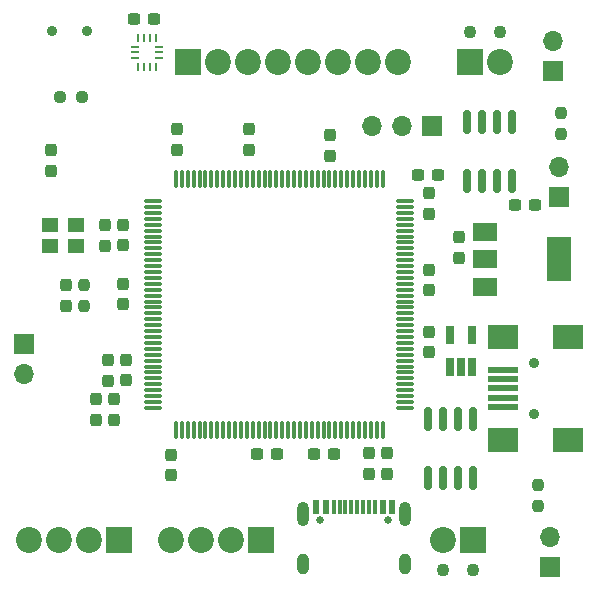
<source format=gbr>
%TF.GenerationSoftware,KiCad,Pcbnew,7.0.7*%
%TF.CreationDate,2024-03-18T15:08:08-05:00*%
%TF.ProjectId,rev2,72657632-2e6b-4696-9361-645f70636258,rev?*%
%TF.SameCoordinates,Original*%
%TF.FileFunction,Soldermask,Top*%
%TF.FilePolarity,Negative*%
%FSLAX46Y46*%
G04 Gerber Fmt 4.6, Leading zero omitted, Abs format (unit mm)*
G04 Created by KiCad (PCBNEW 7.0.7) date 2024-03-18 15:08:08*
%MOMM*%
%LPD*%
G01*
G04 APERTURE LIST*
G04 Aperture macros list*
%AMRoundRect*
0 Rectangle with rounded corners*
0 $1 Rounding radius*
0 $2 $3 $4 $5 $6 $7 $8 $9 X,Y pos of 4 corners*
0 Add a 4 corners polygon primitive as box body*
4,1,4,$2,$3,$4,$5,$6,$7,$8,$9,$2,$3,0*
0 Add four circle primitives for the rounded corners*
1,1,$1+$1,$2,$3*
1,1,$1+$1,$4,$5*
1,1,$1+$1,$6,$7*
1,1,$1+$1,$8,$9*
0 Add four rect primitives between the rounded corners*
20,1,$1+$1,$2,$3,$4,$5,0*
20,1,$1+$1,$4,$5,$6,$7,0*
20,1,$1+$1,$6,$7,$8,$9,0*
20,1,$1+$1,$8,$9,$2,$3,0*%
G04 Aperture macros list end*
%ADD10RoundRect,0.075000X-0.662500X-0.075000X0.662500X-0.075000X0.662500X0.075000X-0.662500X0.075000X0*%
%ADD11RoundRect,0.075000X-0.075000X-0.662500X0.075000X-0.662500X0.075000X0.662500X-0.075000X0.662500X0*%
%ADD12RoundRect,0.237500X-0.237500X0.300000X-0.237500X-0.300000X0.237500X-0.300000X0.237500X0.300000X0*%
%ADD13RoundRect,0.237500X0.237500X-0.300000X0.237500X0.300000X-0.237500X0.300000X-0.237500X-0.300000X0*%
%ADD14RoundRect,0.237500X-0.250000X-0.237500X0.250000X-0.237500X0.250000X0.237500X-0.250000X0.237500X0*%
%ADD15C,0.900000*%
%ADD16R,2.500000X0.500000*%
%ADD17R,2.500000X2.000000*%
%ADD18RoundRect,0.150000X0.150000X-0.825000X0.150000X0.825000X-0.150000X0.825000X-0.150000X-0.825000X0*%
%ADD19RoundRect,0.237500X-0.237500X0.250000X-0.237500X-0.250000X0.237500X-0.250000X0.237500X0.250000X0*%
%ADD20RoundRect,0.237500X0.300000X0.237500X-0.300000X0.237500X-0.300000X-0.237500X0.300000X-0.237500X0*%
%ADD21R,1.400000X1.200000*%
%ADD22R,2.000000X1.500000*%
%ADD23R,2.000000X3.800000*%
%ADD24RoundRect,0.237500X-0.300000X-0.237500X0.300000X-0.237500X0.300000X0.237500X-0.300000X0.237500X0*%
%ADD25R,0.650000X1.560000*%
%ADD26RoundRect,0.150000X-0.150000X0.825000X-0.150000X-0.825000X0.150000X-0.825000X0.150000X0.825000X0*%
%ADD27RoundRect,0.237500X0.237500X-0.250000X0.237500X0.250000X-0.237500X0.250000X-0.237500X-0.250000X0*%
%ADD28C,0.650000*%
%ADD29R,0.300000X1.150000*%
%ADD30R,0.600000X1.150000*%
%ADD31O,1.000000X2.100000*%
%ADD32O,1.000000X1.800000*%
%ADD33R,0.250000X0.675000*%
%ADD34R,0.675000X0.250000*%
%ADD35C,1.100000*%
%ADD36R,2.200000X2.200000*%
%ADD37C,2.200000*%
%ADD38R,1.700000X1.700000*%
%ADD39O,1.700000X1.700000*%
G04 APERTURE END LIST*
D10*
%TO.C,U1*%
X123195500Y-90310000D03*
X123195500Y-90810000D03*
X123195500Y-91310000D03*
X123195500Y-91810000D03*
X123195500Y-92310000D03*
X123195500Y-92810000D03*
X123195500Y-93310000D03*
X123195500Y-93810000D03*
X123195500Y-94310000D03*
X123195500Y-94810000D03*
X123195500Y-95310000D03*
X123195500Y-95810000D03*
X123195500Y-96310000D03*
X123195500Y-96810000D03*
X123195500Y-97310000D03*
X123195500Y-97810000D03*
X123195500Y-98310000D03*
X123195500Y-98810000D03*
X123195500Y-99310000D03*
X123195500Y-99810000D03*
X123195500Y-100310000D03*
X123195500Y-100810000D03*
X123195500Y-101310000D03*
X123195500Y-101810000D03*
X123195500Y-102310000D03*
X123195500Y-102810000D03*
X123195500Y-103310000D03*
X123195500Y-103810000D03*
X123195500Y-104310000D03*
X123195500Y-104810000D03*
X123195500Y-105310000D03*
X123195500Y-105810000D03*
X123195500Y-106310000D03*
X123195500Y-106810000D03*
X123195500Y-107310000D03*
X123195500Y-107810000D03*
D11*
X125108000Y-109722500D03*
X125608000Y-109722500D03*
X126108000Y-109722500D03*
X126608000Y-109722500D03*
X127108000Y-109722500D03*
X127608000Y-109722500D03*
X128108000Y-109722500D03*
X128608000Y-109722500D03*
X129108000Y-109722500D03*
X129608000Y-109722500D03*
X130108000Y-109722500D03*
X130608000Y-109722500D03*
X131108000Y-109722500D03*
X131608000Y-109722500D03*
X132108000Y-109722500D03*
X132608000Y-109722500D03*
X133108000Y-109722500D03*
X133608000Y-109722500D03*
X134108000Y-109722500D03*
X134608000Y-109722500D03*
X135108000Y-109722500D03*
X135608000Y-109722500D03*
X136108000Y-109722500D03*
X136608000Y-109722500D03*
X137108000Y-109722500D03*
X137608000Y-109722500D03*
X138108000Y-109722500D03*
X138608000Y-109722500D03*
X139108000Y-109722500D03*
X139608000Y-109722500D03*
X140108000Y-109722500D03*
X140608000Y-109722500D03*
X141108000Y-109722500D03*
X141608000Y-109722500D03*
X142108000Y-109722500D03*
X142608000Y-109722500D03*
D10*
X144520500Y-107810000D03*
X144520500Y-107310000D03*
X144520500Y-106810000D03*
X144520500Y-106310000D03*
X144520500Y-105810000D03*
X144520500Y-105310000D03*
X144520500Y-104810000D03*
X144520500Y-104310000D03*
X144520500Y-103810000D03*
X144520500Y-103310000D03*
X144520500Y-102810000D03*
X144520500Y-102310000D03*
X144520500Y-101810000D03*
X144520500Y-101310000D03*
X144520500Y-100810000D03*
X144520500Y-100310000D03*
X144520500Y-99810000D03*
X144520500Y-99310000D03*
X144520500Y-98810000D03*
X144520500Y-98310000D03*
X144520500Y-97810000D03*
X144520500Y-97310000D03*
X144520500Y-96810000D03*
X144520500Y-96310000D03*
X144520500Y-95810000D03*
X144520500Y-95310000D03*
X144520500Y-94810000D03*
X144520500Y-94310000D03*
X144520500Y-93810000D03*
X144520500Y-93310000D03*
X144520500Y-92810000D03*
X144520500Y-92310000D03*
X144520500Y-91810000D03*
X144520500Y-91310000D03*
X144520500Y-90810000D03*
X144520500Y-90310000D03*
D11*
X142608000Y-88397500D03*
X142108000Y-88397500D03*
X141608000Y-88397500D03*
X141108000Y-88397500D03*
X140608000Y-88397500D03*
X140108000Y-88397500D03*
X139608000Y-88397500D03*
X139108000Y-88397500D03*
X138608000Y-88397500D03*
X138108000Y-88397500D03*
X137608000Y-88397500D03*
X137108000Y-88397500D03*
X136608000Y-88397500D03*
X136108000Y-88397500D03*
X135608000Y-88397500D03*
X135108000Y-88397500D03*
X134608000Y-88397500D03*
X134108000Y-88397500D03*
X133608000Y-88397500D03*
X133108000Y-88397500D03*
X132608000Y-88397500D03*
X132108000Y-88397500D03*
X131608000Y-88397500D03*
X131108000Y-88397500D03*
X130608000Y-88397500D03*
X130108000Y-88397500D03*
X129608000Y-88397500D03*
X129108000Y-88397500D03*
X128608000Y-88397500D03*
X128108000Y-88397500D03*
X127608000Y-88397500D03*
X127108000Y-88397500D03*
X126608000Y-88397500D03*
X126108000Y-88397500D03*
X125608000Y-88397500D03*
X125108000Y-88397500D03*
%TD*%
D12*
%TO.C,C46*%
X146552500Y-101387500D03*
X146552500Y-103112500D03*
%TD*%
D13*
%TO.C,C45*%
X131318000Y-85952500D03*
X131318000Y-84227500D03*
%TD*%
%TO.C,C26*%
X115824000Y-99160500D03*
X115824000Y-97435500D03*
%TD*%
D14*
%TO.C,R1*%
X115316000Y-81534000D03*
X117141000Y-81534000D03*
%TD*%
D15*
%TO.C,J8*%
X155439000Y-108372000D03*
X155439000Y-103972000D03*
D16*
X152839000Y-107772000D03*
X152839000Y-106972000D03*
X152839000Y-106172000D03*
X152839000Y-105372000D03*
X152839000Y-104572000D03*
D17*
X152839000Y-110572000D03*
X158339000Y-110572000D03*
X152839000Y-101772000D03*
X158339000Y-101772000D03*
%TD*%
D13*
%TO.C,C38*%
X120650000Y-99060000D03*
X120650000Y-97335000D03*
%TD*%
D18*
%TO.C,U2*%
X149733000Y-88581000D03*
X151003000Y-88581000D03*
X152273000Y-88581000D03*
X153543000Y-88581000D03*
X153543000Y-83631000D03*
X152273000Y-83631000D03*
X151003000Y-83631000D03*
X149733000Y-83631000D03*
%TD*%
D13*
%TO.C,C29*%
X149098000Y-95096500D03*
X149098000Y-93371500D03*
%TD*%
D19*
%TO.C,R5*%
X155750000Y-114337500D03*
X155750000Y-116162500D03*
%TD*%
D20*
%TO.C,C44*%
X138525000Y-111732000D03*
X136800000Y-111732000D03*
%TD*%
D12*
%TO.C,C49*%
X119837200Y-107087500D03*
X119837200Y-108812500D03*
%TD*%
D21*
%TO.C,Y1*%
X114470000Y-94068000D03*
X116670000Y-94068000D03*
X116670000Y-92368000D03*
X114470000Y-92368000D03*
%TD*%
D13*
%TO.C,C32*%
X125222000Y-85952500D03*
X125222000Y-84227500D03*
%TD*%
D20*
%TO.C,C28*%
X155548500Y-90678000D03*
X153823500Y-90678000D03*
%TD*%
D12*
%TO.C,C41*%
X146552500Y-96137500D03*
X146552500Y-97862500D03*
%TD*%
D22*
%TO.C,U5*%
X151282000Y-92950000D03*
X151282000Y-95250000D03*
D23*
X157582000Y-95250000D03*
D22*
X151282000Y-97550000D03*
%TD*%
D20*
%TO.C,C24*%
X123290500Y-74930000D03*
X121565500Y-74930000D03*
%TD*%
D24*
%TO.C,C22*%
X145589500Y-88110000D03*
X147314500Y-88110000D03*
%TD*%
D12*
%TO.C,C30*%
X146558000Y-89637500D03*
X146558000Y-91362500D03*
%TD*%
%TO.C,C21*%
X141478000Y-111659500D03*
X141478000Y-113384500D03*
%TD*%
D13*
%TO.C,C42*%
X124714000Y-113511500D03*
X124714000Y-111786500D03*
%TD*%
D20*
%TO.C,C33*%
X133699000Y-111732000D03*
X131974000Y-111732000D03*
%TD*%
D12*
%TO.C,C48*%
X118364000Y-107087500D03*
X118364000Y-108812500D03*
%TD*%
%TO.C,C39*%
X120898500Y-103757500D03*
X120898500Y-105482500D03*
%TD*%
D13*
%TO.C,C23*%
X114554000Y-87730500D03*
X114554000Y-86005500D03*
%TD*%
D12*
%TO.C,C31*%
X120644500Y-92327500D03*
X120644500Y-94052500D03*
%TD*%
%TO.C,C43*%
X143002000Y-111659500D03*
X143002000Y-113384500D03*
%TD*%
D25*
%TO.C,U6*%
X148300000Y-104350000D03*
X149250000Y-104350000D03*
X150200000Y-104350000D03*
X150200000Y-101650000D03*
X148300000Y-101650000D03*
%TD*%
D12*
%TO.C,C40*%
X138176000Y-84735500D03*
X138176000Y-86460500D03*
%TD*%
D26*
%TO.C,U3*%
X150241000Y-108777000D03*
X148971000Y-108777000D03*
X147701000Y-108777000D03*
X146431000Y-108777000D03*
X146431000Y-113727000D03*
X147701000Y-113727000D03*
X148971000Y-113727000D03*
X150241000Y-113727000D03*
%TD*%
D27*
%TO.C,R4*%
X157750000Y-84662500D03*
X157750000Y-82837500D03*
%TD*%
%TO.C,R3*%
X117348000Y-99210500D03*
X117348000Y-97385500D03*
%TD*%
D12*
%TO.C,C47*%
X119380000Y-103785500D03*
X119380000Y-105510500D03*
%TD*%
%TO.C,C27*%
X119126000Y-92355500D03*
X119126000Y-94080500D03*
%TD*%
D28*
%TO.C,J9*%
X137318000Y-117319000D03*
X143098000Y-117319000D03*
D29*
X138958000Y-116244000D03*
X139958000Y-116244000D03*
X140458000Y-116244000D03*
X141458000Y-116244000D03*
D30*
X142608000Y-116244000D03*
X143408000Y-116244000D03*
D29*
X141958000Y-116244000D03*
X140958000Y-116244000D03*
X139458000Y-116244000D03*
X138458000Y-116244000D03*
D30*
X137808000Y-116244000D03*
X137008000Y-116244000D03*
D31*
X135888000Y-116819000D03*
D32*
X135888000Y-120999000D03*
D31*
X144528000Y-116819000D03*
D32*
X144528000Y-120999000D03*
%TD*%
D33*
%TO.C,U4*%
X121932000Y-78986500D03*
X122432000Y-78986500D03*
X122932000Y-78986500D03*
X123432000Y-78986500D03*
D34*
X123694500Y-78224000D03*
X123694500Y-77724000D03*
X123694500Y-77224000D03*
D33*
X123432000Y-76461500D03*
X122932000Y-76461500D03*
X122432000Y-76461500D03*
X121932000Y-76461500D03*
D34*
X121669500Y-77224000D03*
X121669500Y-77724000D03*
X121669500Y-78224000D03*
%TD*%
D35*
%TO.C,J2*%
X149980000Y-75960000D03*
X152520000Y-75960000D03*
D36*
X149980000Y-78500000D03*
D37*
X152520000Y-78500000D03*
%TD*%
D38*
%TO.C,J3*%
X156750000Y-121275000D03*
D39*
X156750000Y-118735000D03*
%TD*%
D36*
%TO.C,J6*%
X120269000Y-118999000D03*
D37*
X117729000Y-118999000D03*
X115189000Y-118999000D03*
X112649000Y-118999000D03*
%TD*%
D38*
%TO.C,J5*%
X112268000Y-102407800D03*
D39*
X112268000Y-104947800D03*
%TD*%
D35*
%TO.C,J4*%
X150270000Y-121540000D03*
X147730000Y-121540000D03*
D36*
X150270000Y-119000000D03*
D37*
X147730000Y-119000000D03*
%TD*%
D38*
%TO.C,J12*%
X157581600Y-89971800D03*
D39*
X157581600Y-87431800D03*
%TD*%
D38*
%TO.C,J1*%
X157000000Y-79275000D03*
D39*
X157000000Y-76735000D03*
%TD*%
D36*
%TO.C,J10*%
X126090000Y-78500000D03*
D37*
X128630000Y-78500000D03*
X131170000Y-78500000D03*
X133710000Y-78500000D03*
X136250000Y-78500000D03*
X138790000Y-78500000D03*
X141330000Y-78500000D03*
X143870000Y-78500000D03*
%TD*%
D36*
%TO.C,J7*%
X132290000Y-119000000D03*
D37*
X129750000Y-119000000D03*
X127210000Y-119000000D03*
X124670000Y-119000000D03*
%TD*%
D38*
%TO.C,J11*%
X146761200Y-83921600D03*
D39*
X144221200Y-83921600D03*
X141681200Y-83921600D03*
%TD*%
D15*
%TO.C,SW2*%
X114578000Y-75870000D03*
X117578000Y-75870000D03*
%TD*%
M02*

</source>
